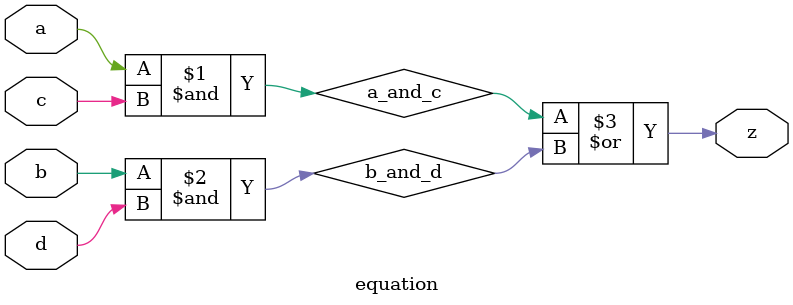
<source format=v>
module equation (
    input a,
    input b,
    input c,
    input d,
    output z
);
    wire a_and_c, b_and_d;
    // assign a_and_c = a and c;
    // assign b_and_d = b and c;
    and(a_and_c, a, c);
    and(b_and_d, b, d);
    // or(z, a_and_c, b_and_d);
    assign z = a_and_c | b_and_d;
endmodule
</source>
